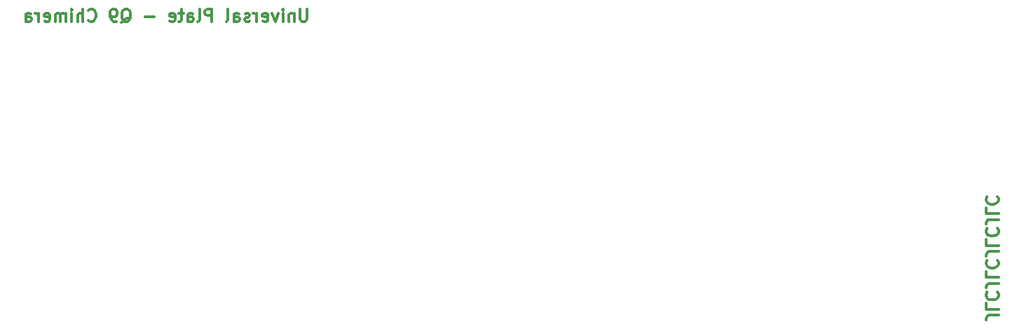
<source format=gbo>
G04 #@! TF.GenerationSoftware,KiCad,Pcbnew,8.0.4-1.fc39*
G04 #@! TF.CreationDate,2024-09-17T18:34:36-04:00*
G04 #@! TF.ProjectId,Q9-Chimera-Plate,51392d43-6869-46d6-9572-612d506c6174,rev?*
G04 #@! TF.SameCoordinates,Original*
G04 #@! TF.FileFunction,Legend,Bot*
G04 #@! TF.FilePolarity,Positive*
%FSLAX46Y46*%
G04 Gerber Fmt 4.6, Leading zero omitted, Abs format (unit mm)*
G04 Created by KiCad (PCBNEW 8.0.4-1.fc39) date 2024-09-17 18:34:36*
%MOMM*%
%LPD*%
G01*
G04 APERTURE LIST*
%ADD10C,0.300000*%
G04 APERTURE END LIST*
D10*
X367537613Y-131840978D02*
X366466184Y-131840978D01*
X366466184Y-131840978D02*
X366251899Y-131912407D01*
X366251899Y-131912407D02*
X366109042Y-132055264D01*
X366109042Y-132055264D02*
X366037613Y-132269550D01*
X366037613Y-132269550D02*
X366037613Y-132412407D01*
X366037613Y-130412407D02*
X366037613Y-131126693D01*
X366037613Y-131126693D02*
X367537613Y-131126693D01*
X366180470Y-129055264D02*
X366109042Y-129126692D01*
X366109042Y-129126692D02*
X366037613Y-129340978D01*
X366037613Y-129340978D02*
X366037613Y-129483835D01*
X366037613Y-129483835D02*
X366109042Y-129698121D01*
X366109042Y-129698121D02*
X366251899Y-129840978D01*
X366251899Y-129840978D02*
X366394756Y-129912407D01*
X366394756Y-129912407D02*
X366680470Y-129983835D01*
X366680470Y-129983835D02*
X366894756Y-129983835D01*
X366894756Y-129983835D02*
X367180470Y-129912407D01*
X367180470Y-129912407D02*
X367323327Y-129840978D01*
X367323327Y-129840978D02*
X367466184Y-129698121D01*
X367466184Y-129698121D02*
X367537613Y-129483835D01*
X367537613Y-129483835D02*
X367537613Y-129340978D01*
X367537613Y-129340978D02*
X367466184Y-129126692D01*
X367466184Y-129126692D02*
X367394756Y-129055264D01*
X367537613Y-127983835D02*
X366466184Y-127983835D01*
X366466184Y-127983835D02*
X366251899Y-128055264D01*
X366251899Y-128055264D02*
X366109042Y-128198121D01*
X366109042Y-128198121D02*
X366037613Y-128412407D01*
X366037613Y-128412407D02*
X366037613Y-128555264D01*
X366037613Y-126555264D02*
X366037613Y-127269550D01*
X366037613Y-127269550D02*
X367537613Y-127269550D01*
X366180470Y-125198121D02*
X366109042Y-125269549D01*
X366109042Y-125269549D02*
X366037613Y-125483835D01*
X366037613Y-125483835D02*
X366037613Y-125626692D01*
X366037613Y-125626692D02*
X366109042Y-125840978D01*
X366109042Y-125840978D02*
X366251899Y-125983835D01*
X366251899Y-125983835D02*
X366394756Y-126055264D01*
X366394756Y-126055264D02*
X366680470Y-126126692D01*
X366680470Y-126126692D02*
X366894756Y-126126692D01*
X366894756Y-126126692D02*
X367180470Y-126055264D01*
X367180470Y-126055264D02*
X367323327Y-125983835D01*
X367323327Y-125983835D02*
X367466184Y-125840978D01*
X367466184Y-125840978D02*
X367537613Y-125626692D01*
X367537613Y-125626692D02*
X367537613Y-125483835D01*
X367537613Y-125483835D02*
X367466184Y-125269549D01*
X367466184Y-125269549D02*
X367394756Y-125198121D01*
X367537613Y-124126692D02*
X366466184Y-124126692D01*
X366466184Y-124126692D02*
X366251899Y-124198121D01*
X366251899Y-124198121D02*
X366109042Y-124340978D01*
X366109042Y-124340978D02*
X366037613Y-124555264D01*
X366037613Y-124555264D02*
X366037613Y-124698121D01*
X366037613Y-122698121D02*
X366037613Y-123412407D01*
X366037613Y-123412407D02*
X367537613Y-123412407D01*
X366180470Y-121340978D02*
X366109042Y-121412406D01*
X366109042Y-121412406D02*
X366037613Y-121626692D01*
X366037613Y-121626692D02*
X366037613Y-121769549D01*
X366037613Y-121769549D02*
X366109042Y-121983835D01*
X366109042Y-121983835D02*
X366251899Y-122126692D01*
X366251899Y-122126692D02*
X366394756Y-122198121D01*
X366394756Y-122198121D02*
X366680470Y-122269549D01*
X366680470Y-122269549D02*
X366894756Y-122269549D01*
X366894756Y-122269549D02*
X367180470Y-122198121D01*
X367180470Y-122198121D02*
X367323327Y-122126692D01*
X367323327Y-122126692D02*
X367466184Y-121983835D01*
X367466184Y-121983835D02*
X367537613Y-121769549D01*
X367537613Y-121769549D02*
X367537613Y-121626692D01*
X367537613Y-121626692D02*
X367466184Y-121412406D01*
X367466184Y-121412406D02*
X367394756Y-121340978D01*
X367537613Y-120269549D02*
X366466184Y-120269549D01*
X366466184Y-120269549D02*
X366251899Y-120340978D01*
X366251899Y-120340978D02*
X366109042Y-120483835D01*
X366109042Y-120483835D02*
X366037613Y-120698121D01*
X366037613Y-120698121D02*
X366037613Y-120840978D01*
X366037613Y-118840978D02*
X366037613Y-119555264D01*
X366037613Y-119555264D02*
X367537613Y-119555264D01*
X366180470Y-117483835D02*
X366109042Y-117555263D01*
X366109042Y-117555263D02*
X366037613Y-117769549D01*
X366037613Y-117769549D02*
X366037613Y-117912406D01*
X366037613Y-117912406D02*
X366109042Y-118126692D01*
X366109042Y-118126692D02*
X366251899Y-118269549D01*
X366251899Y-118269549D02*
X366394756Y-118340978D01*
X366394756Y-118340978D02*
X366680470Y-118412406D01*
X366680470Y-118412406D02*
X366894756Y-118412406D01*
X366894756Y-118412406D02*
X367180470Y-118340978D01*
X367180470Y-118340978D02*
X367323327Y-118269549D01*
X367323327Y-118269549D02*
X367466184Y-118126692D01*
X367466184Y-118126692D02*
X367537613Y-117912406D01*
X367537613Y-117912406D02*
X367537613Y-117769549D01*
X367537613Y-117769549D02*
X367466184Y-117555263D01*
X367466184Y-117555263D02*
X367394756Y-117483835D01*
X284023843Y-94810857D02*
X284023843Y-96025143D01*
X284023843Y-96025143D02*
X283952414Y-96168000D01*
X283952414Y-96168000D02*
X283880986Y-96239429D01*
X283880986Y-96239429D02*
X283738128Y-96310857D01*
X283738128Y-96310857D02*
X283452414Y-96310857D01*
X283452414Y-96310857D02*
X283309557Y-96239429D01*
X283309557Y-96239429D02*
X283238128Y-96168000D01*
X283238128Y-96168000D02*
X283166700Y-96025143D01*
X283166700Y-96025143D02*
X283166700Y-94810857D01*
X282452414Y-95310857D02*
X282452414Y-96310857D01*
X282452414Y-95453714D02*
X282380985Y-95382286D01*
X282380985Y-95382286D02*
X282238128Y-95310857D01*
X282238128Y-95310857D02*
X282023842Y-95310857D01*
X282023842Y-95310857D02*
X281880985Y-95382286D01*
X281880985Y-95382286D02*
X281809557Y-95525143D01*
X281809557Y-95525143D02*
X281809557Y-96310857D01*
X281095271Y-96310857D02*
X281095271Y-95310857D01*
X281095271Y-94810857D02*
X281166699Y-94882286D01*
X281166699Y-94882286D02*
X281095271Y-94953714D01*
X281095271Y-94953714D02*
X281023842Y-94882286D01*
X281023842Y-94882286D02*
X281095271Y-94810857D01*
X281095271Y-94810857D02*
X281095271Y-94953714D01*
X280523842Y-95310857D02*
X280166699Y-96310857D01*
X280166699Y-96310857D02*
X279809556Y-95310857D01*
X278666699Y-96239429D02*
X278809556Y-96310857D01*
X278809556Y-96310857D02*
X279095271Y-96310857D01*
X279095271Y-96310857D02*
X279238128Y-96239429D01*
X279238128Y-96239429D02*
X279309556Y-96096571D01*
X279309556Y-96096571D02*
X279309556Y-95525143D01*
X279309556Y-95525143D02*
X279238128Y-95382286D01*
X279238128Y-95382286D02*
X279095271Y-95310857D01*
X279095271Y-95310857D02*
X278809556Y-95310857D01*
X278809556Y-95310857D02*
X278666699Y-95382286D01*
X278666699Y-95382286D02*
X278595271Y-95525143D01*
X278595271Y-95525143D02*
X278595271Y-95668000D01*
X278595271Y-95668000D02*
X279309556Y-95810857D01*
X277952414Y-96310857D02*
X277952414Y-95310857D01*
X277952414Y-95596571D02*
X277880985Y-95453714D01*
X277880985Y-95453714D02*
X277809557Y-95382286D01*
X277809557Y-95382286D02*
X277666699Y-95310857D01*
X277666699Y-95310857D02*
X277523842Y-95310857D01*
X277095271Y-96239429D02*
X276952414Y-96310857D01*
X276952414Y-96310857D02*
X276666700Y-96310857D01*
X276666700Y-96310857D02*
X276523843Y-96239429D01*
X276523843Y-96239429D02*
X276452414Y-96096571D01*
X276452414Y-96096571D02*
X276452414Y-96025143D01*
X276452414Y-96025143D02*
X276523843Y-95882286D01*
X276523843Y-95882286D02*
X276666700Y-95810857D01*
X276666700Y-95810857D02*
X276880986Y-95810857D01*
X276880986Y-95810857D02*
X277023843Y-95739429D01*
X277023843Y-95739429D02*
X277095271Y-95596571D01*
X277095271Y-95596571D02*
X277095271Y-95525143D01*
X277095271Y-95525143D02*
X277023843Y-95382286D01*
X277023843Y-95382286D02*
X276880986Y-95310857D01*
X276880986Y-95310857D02*
X276666700Y-95310857D01*
X276666700Y-95310857D02*
X276523843Y-95382286D01*
X275166700Y-96310857D02*
X275166700Y-95525143D01*
X275166700Y-95525143D02*
X275238128Y-95382286D01*
X275238128Y-95382286D02*
X275380985Y-95310857D01*
X275380985Y-95310857D02*
X275666700Y-95310857D01*
X275666700Y-95310857D02*
X275809557Y-95382286D01*
X275166700Y-96239429D02*
X275309557Y-96310857D01*
X275309557Y-96310857D02*
X275666700Y-96310857D01*
X275666700Y-96310857D02*
X275809557Y-96239429D01*
X275809557Y-96239429D02*
X275880985Y-96096571D01*
X275880985Y-96096571D02*
X275880985Y-95953714D01*
X275880985Y-95953714D02*
X275809557Y-95810857D01*
X275809557Y-95810857D02*
X275666700Y-95739429D01*
X275666700Y-95739429D02*
X275309557Y-95739429D01*
X275309557Y-95739429D02*
X275166700Y-95668000D01*
X274238128Y-96310857D02*
X274380985Y-96239429D01*
X274380985Y-96239429D02*
X274452414Y-96096571D01*
X274452414Y-96096571D02*
X274452414Y-94810857D01*
X272523843Y-96310857D02*
X272523843Y-94810857D01*
X272523843Y-94810857D02*
X271952414Y-94810857D01*
X271952414Y-94810857D02*
X271809557Y-94882286D01*
X271809557Y-94882286D02*
X271738128Y-94953714D01*
X271738128Y-94953714D02*
X271666700Y-95096571D01*
X271666700Y-95096571D02*
X271666700Y-95310857D01*
X271666700Y-95310857D02*
X271738128Y-95453714D01*
X271738128Y-95453714D02*
X271809557Y-95525143D01*
X271809557Y-95525143D02*
X271952414Y-95596571D01*
X271952414Y-95596571D02*
X272523843Y-95596571D01*
X270809557Y-96310857D02*
X270952414Y-96239429D01*
X270952414Y-96239429D02*
X271023843Y-96096571D01*
X271023843Y-96096571D02*
X271023843Y-94810857D01*
X269595272Y-96310857D02*
X269595272Y-95525143D01*
X269595272Y-95525143D02*
X269666700Y-95382286D01*
X269666700Y-95382286D02*
X269809557Y-95310857D01*
X269809557Y-95310857D02*
X270095272Y-95310857D01*
X270095272Y-95310857D02*
X270238129Y-95382286D01*
X269595272Y-96239429D02*
X269738129Y-96310857D01*
X269738129Y-96310857D02*
X270095272Y-96310857D01*
X270095272Y-96310857D02*
X270238129Y-96239429D01*
X270238129Y-96239429D02*
X270309557Y-96096571D01*
X270309557Y-96096571D02*
X270309557Y-95953714D01*
X270309557Y-95953714D02*
X270238129Y-95810857D01*
X270238129Y-95810857D02*
X270095272Y-95739429D01*
X270095272Y-95739429D02*
X269738129Y-95739429D01*
X269738129Y-95739429D02*
X269595272Y-95668000D01*
X269095271Y-95310857D02*
X268523843Y-95310857D01*
X268880986Y-94810857D02*
X268880986Y-96096571D01*
X268880986Y-96096571D02*
X268809557Y-96239429D01*
X268809557Y-96239429D02*
X268666700Y-96310857D01*
X268666700Y-96310857D02*
X268523843Y-96310857D01*
X267452414Y-96239429D02*
X267595271Y-96310857D01*
X267595271Y-96310857D02*
X267880986Y-96310857D01*
X267880986Y-96310857D02*
X268023843Y-96239429D01*
X268023843Y-96239429D02*
X268095271Y-96096571D01*
X268095271Y-96096571D02*
X268095271Y-95525143D01*
X268095271Y-95525143D02*
X268023843Y-95382286D01*
X268023843Y-95382286D02*
X267880986Y-95310857D01*
X267880986Y-95310857D02*
X267595271Y-95310857D01*
X267595271Y-95310857D02*
X267452414Y-95382286D01*
X267452414Y-95382286D02*
X267380986Y-95525143D01*
X267380986Y-95525143D02*
X267380986Y-95668000D01*
X267380986Y-95668000D02*
X268095271Y-95810857D01*
X265595272Y-95739429D02*
X264452415Y-95739429D01*
X261595272Y-96453714D02*
X261738129Y-96382286D01*
X261738129Y-96382286D02*
X261880986Y-96239429D01*
X261880986Y-96239429D02*
X262095272Y-96025143D01*
X262095272Y-96025143D02*
X262238129Y-95953714D01*
X262238129Y-95953714D02*
X262380986Y-95953714D01*
X262309557Y-96310857D02*
X262452415Y-96239429D01*
X262452415Y-96239429D02*
X262595272Y-96096571D01*
X262595272Y-96096571D02*
X262666700Y-95810857D01*
X262666700Y-95810857D02*
X262666700Y-95310857D01*
X262666700Y-95310857D02*
X262595272Y-95025143D01*
X262595272Y-95025143D02*
X262452415Y-94882286D01*
X262452415Y-94882286D02*
X262309557Y-94810857D01*
X262309557Y-94810857D02*
X262023843Y-94810857D01*
X262023843Y-94810857D02*
X261880986Y-94882286D01*
X261880986Y-94882286D02*
X261738129Y-95025143D01*
X261738129Y-95025143D02*
X261666700Y-95310857D01*
X261666700Y-95310857D02*
X261666700Y-95810857D01*
X261666700Y-95810857D02*
X261738129Y-96096571D01*
X261738129Y-96096571D02*
X261880986Y-96239429D01*
X261880986Y-96239429D02*
X262023843Y-96310857D01*
X262023843Y-96310857D02*
X262309557Y-96310857D01*
X260952414Y-96310857D02*
X260666700Y-96310857D01*
X260666700Y-96310857D02*
X260523843Y-96239429D01*
X260523843Y-96239429D02*
X260452414Y-96168000D01*
X260452414Y-96168000D02*
X260309557Y-95953714D01*
X260309557Y-95953714D02*
X260238128Y-95668000D01*
X260238128Y-95668000D02*
X260238128Y-95096571D01*
X260238128Y-95096571D02*
X260309557Y-94953714D01*
X260309557Y-94953714D02*
X260380986Y-94882286D01*
X260380986Y-94882286D02*
X260523843Y-94810857D01*
X260523843Y-94810857D02*
X260809557Y-94810857D01*
X260809557Y-94810857D02*
X260952414Y-94882286D01*
X260952414Y-94882286D02*
X261023843Y-94953714D01*
X261023843Y-94953714D02*
X261095271Y-95096571D01*
X261095271Y-95096571D02*
X261095271Y-95453714D01*
X261095271Y-95453714D02*
X261023843Y-95596571D01*
X261023843Y-95596571D02*
X260952414Y-95668000D01*
X260952414Y-95668000D02*
X260809557Y-95739429D01*
X260809557Y-95739429D02*
X260523843Y-95739429D01*
X260523843Y-95739429D02*
X260380986Y-95668000D01*
X260380986Y-95668000D02*
X260309557Y-95596571D01*
X260309557Y-95596571D02*
X260238128Y-95453714D01*
X257595272Y-96168000D02*
X257666700Y-96239429D01*
X257666700Y-96239429D02*
X257880986Y-96310857D01*
X257880986Y-96310857D02*
X258023843Y-96310857D01*
X258023843Y-96310857D02*
X258238129Y-96239429D01*
X258238129Y-96239429D02*
X258380986Y-96096571D01*
X258380986Y-96096571D02*
X258452415Y-95953714D01*
X258452415Y-95953714D02*
X258523843Y-95668000D01*
X258523843Y-95668000D02*
X258523843Y-95453714D01*
X258523843Y-95453714D02*
X258452415Y-95168000D01*
X258452415Y-95168000D02*
X258380986Y-95025143D01*
X258380986Y-95025143D02*
X258238129Y-94882286D01*
X258238129Y-94882286D02*
X258023843Y-94810857D01*
X258023843Y-94810857D02*
X257880986Y-94810857D01*
X257880986Y-94810857D02*
X257666700Y-94882286D01*
X257666700Y-94882286D02*
X257595272Y-94953714D01*
X256952415Y-96310857D02*
X256952415Y-94810857D01*
X256309558Y-96310857D02*
X256309558Y-95525143D01*
X256309558Y-95525143D02*
X256380986Y-95382286D01*
X256380986Y-95382286D02*
X256523843Y-95310857D01*
X256523843Y-95310857D02*
X256738129Y-95310857D01*
X256738129Y-95310857D02*
X256880986Y-95382286D01*
X256880986Y-95382286D02*
X256952415Y-95453714D01*
X255595272Y-96310857D02*
X255595272Y-95310857D01*
X255595272Y-94810857D02*
X255666700Y-94882286D01*
X255666700Y-94882286D02*
X255595272Y-94953714D01*
X255595272Y-94953714D02*
X255523843Y-94882286D01*
X255523843Y-94882286D02*
X255595272Y-94810857D01*
X255595272Y-94810857D02*
X255595272Y-94953714D01*
X254880986Y-96310857D02*
X254880986Y-95310857D01*
X254880986Y-95453714D02*
X254809557Y-95382286D01*
X254809557Y-95382286D02*
X254666700Y-95310857D01*
X254666700Y-95310857D02*
X254452414Y-95310857D01*
X254452414Y-95310857D02*
X254309557Y-95382286D01*
X254309557Y-95382286D02*
X254238129Y-95525143D01*
X254238129Y-95525143D02*
X254238129Y-96310857D01*
X254238129Y-95525143D02*
X254166700Y-95382286D01*
X254166700Y-95382286D02*
X254023843Y-95310857D01*
X254023843Y-95310857D02*
X253809557Y-95310857D01*
X253809557Y-95310857D02*
X253666700Y-95382286D01*
X253666700Y-95382286D02*
X253595271Y-95525143D01*
X253595271Y-95525143D02*
X253595271Y-96310857D01*
X252309557Y-96239429D02*
X252452414Y-96310857D01*
X252452414Y-96310857D02*
X252738129Y-96310857D01*
X252738129Y-96310857D02*
X252880986Y-96239429D01*
X252880986Y-96239429D02*
X252952414Y-96096571D01*
X252952414Y-96096571D02*
X252952414Y-95525143D01*
X252952414Y-95525143D02*
X252880986Y-95382286D01*
X252880986Y-95382286D02*
X252738129Y-95310857D01*
X252738129Y-95310857D02*
X252452414Y-95310857D01*
X252452414Y-95310857D02*
X252309557Y-95382286D01*
X252309557Y-95382286D02*
X252238129Y-95525143D01*
X252238129Y-95525143D02*
X252238129Y-95668000D01*
X252238129Y-95668000D02*
X252952414Y-95810857D01*
X251595272Y-96310857D02*
X251595272Y-95310857D01*
X251595272Y-95596571D02*
X251523843Y-95453714D01*
X251523843Y-95453714D02*
X251452415Y-95382286D01*
X251452415Y-95382286D02*
X251309557Y-95310857D01*
X251309557Y-95310857D02*
X251166700Y-95310857D01*
X250023844Y-96310857D02*
X250023844Y-95525143D01*
X250023844Y-95525143D02*
X250095272Y-95382286D01*
X250095272Y-95382286D02*
X250238129Y-95310857D01*
X250238129Y-95310857D02*
X250523844Y-95310857D01*
X250523844Y-95310857D02*
X250666701Y-95382286D01*
X250023844Y-96239429D02*
X250166701Y-96310857D01*
X250166701Y-96310857D02*
X250523844Y-96310857D01*
X250523844Y-96310857D02*
X250666701Y-96239429D01*
X250666701Y-96239429D02*
X250738129Y-96096571D01*
X250738129Y-96096571D02*
X250738129Y-95953714D01*
X250738129Y-95953714D02*
X250666701Y-95810857D01*
X250666701Y-95810857D02*
X250523844Y-95739429D01*
X250523844Y-95739429D02*
X250166701Y-95739429D01*
X250166701Y-95739429D02*
X250023844Y-95668000D01*
%LPC*%
%LPD*%
M02*

</source>
